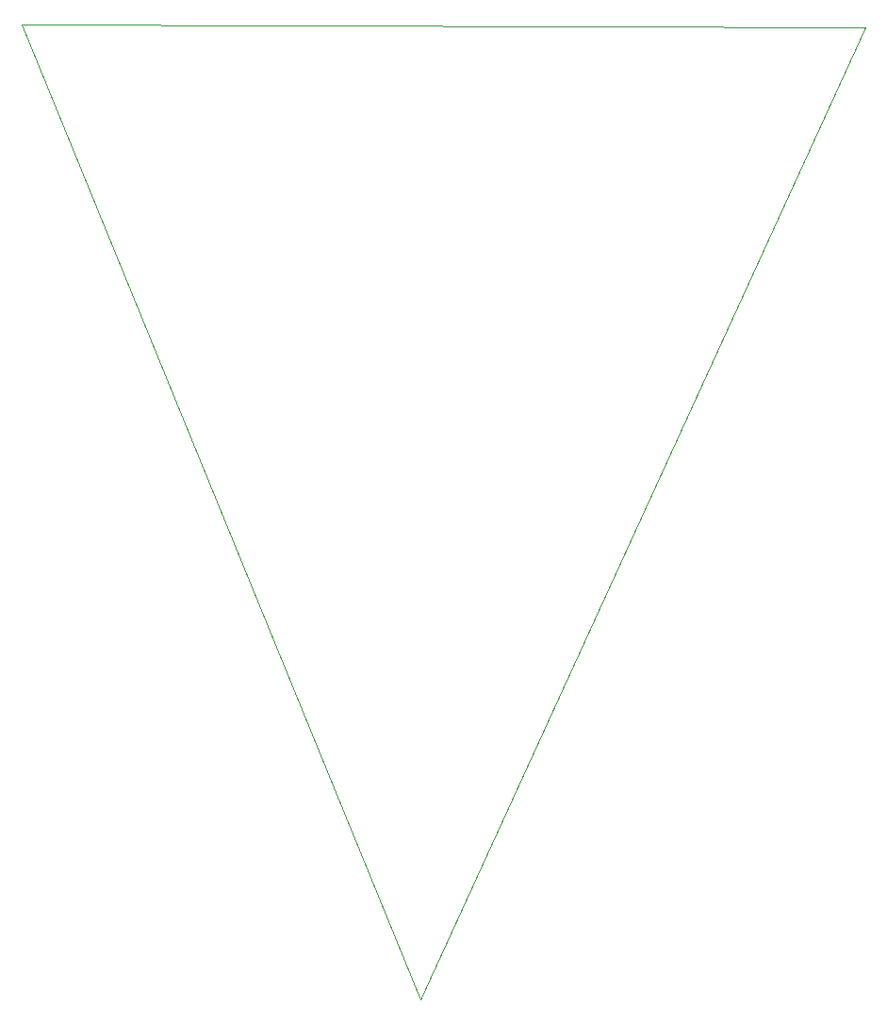
<source format=gbr>
%TF.GenerationSoftware,KiCad,Pcbnew,8.0.8*%
%TF.CreationDate,2025-01-22T11:30:49-06:00*%
%TF.ProjectId,B-Sides 2025,422d5369-6465-4732-9032-3032352e6b69,rev?*%
%TF.SameCoordinates,Original*%
%TF.FileFunction,Profile,NP*%
%FSLAX46Y46*%
G04 Gerber Fmt 4.6, Leading zero omitted, Abs format (unit mm)*
G04 Created by KiCad (PCBNEW 8.0.8) date 2025-01-22 11:30:49*
%MOMM*%
%LPD*%
G01*
G04 APERTURE LIST*
%TA.AperFunction,Profile*%
%ADD10C,0.050000*%
%TD*%
G04 APERTURE END LIST*
D10*
X198570000Y-57190000D02*
X158610000Y-144460000D01*
X122760000Y-56960000D01*
X198570000Y-57190000D01*
M02*

</source>
